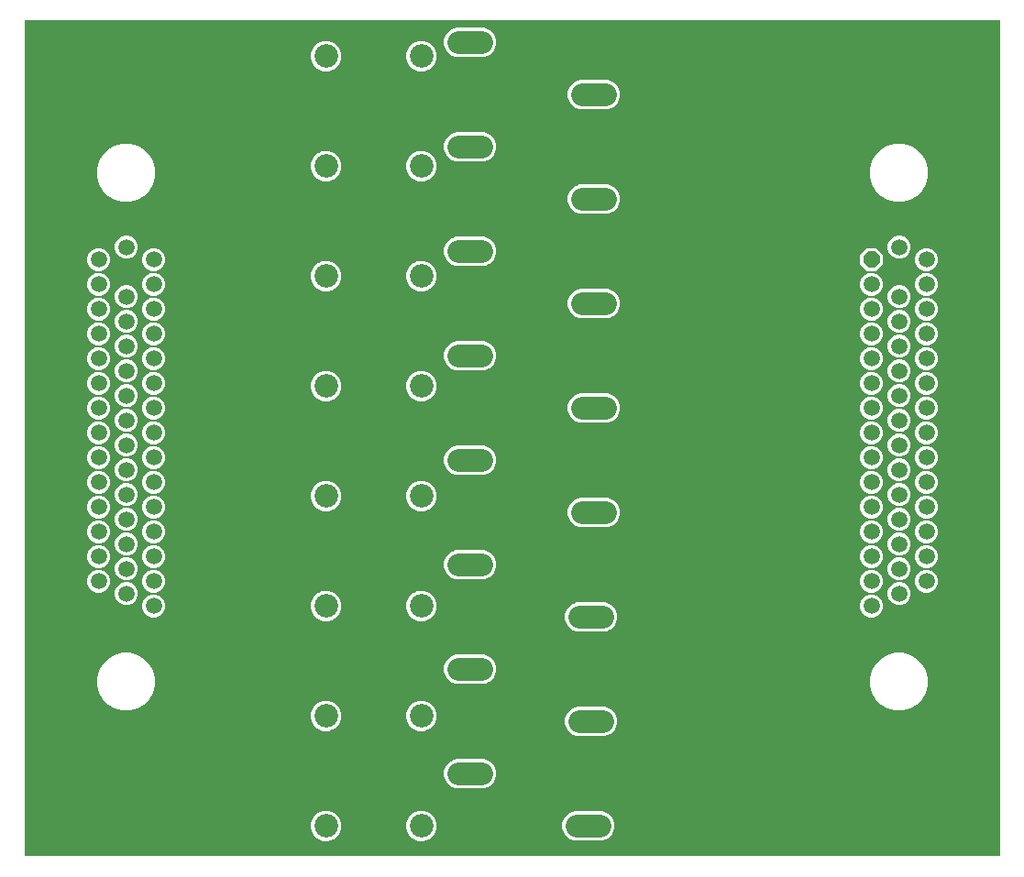
<source format=gbr>
G04 EAGLE Gerber RS-274X export*
G75*
%MOMM*%
%FSLAX34Y34*%
%LPD*%
%INBottom Copper*%
%IPPOS*%
%AMOC8*
5,1,8,0,0,1.08239X$1,22.5*%
G01*
%ADD10C,2.095500*%
%ADD11C,2.184400*%
%ADD12C,1.509600*%
%ADD13P,1.633976X8X112.500000*%
%ADD14C,1.016000*%

G36*
X920757Y10162D02*
X920757Y10162D01*
X920762Y10161D01*
X920855Y10182D01*
X920949Y10200D01*
X920953Y10203D01*
X920958Y10204D01*
X921036Y10260D01*
X921114Y10313D01*
X921117Y10317D01*
X921121Y10320D01*
X921172Y10402D01*
X921224Y10481D01*
X921224Y10486D01*
X921227Y10491D01*
X921259Y10668D01*
X921259Y781712D01*
X921258Y781717D01*
X921259Y781722D01*
X921238Y781815D01*
X921220Y781909D01*
X921217Y781913D01*
X921216Y781918D01*
X921160Y781996D01*
X921107Y782074D01*
X921103Y782077D01*
X921100Y782081D01*
X921018Y782132D01*
X920939Y782184D01*
X920934Y782184D01*
X920929Y782187D01*
X920752Y782219D01*
X20828Y782219D01*
X20823Y782218D01*
X20818Y782219D01*
X20725Y782198D01*
X20631Y782180D01*
X20627Y782177D01*
X20622Y782176D01*
X20544Y782120D01*
X20466Y782067D01*
X20463Y782063D01*
X20459Y782060D01*
X20408Y781978D01*
X20356Y781899D01*
X20356Y781894D01*
X20353Y781889D01*
X20321Y781712D01*
X20321Y10668D01*
X20322Y10663D01*
X20321Y10658D01*
X20342Y10565D01*
X20360Y10471D01*
X20363Y10467D01*
X20364Y10462D01*
X20420Y10384D01*
X20473Y10306D01*
X20477Y10303D01*
X20480Y10299D01*
X20562Y10248D01*
X20641Y10196D01*
X20646Y10196D01*
X20651Y10193D01*
X20828Y10161D01*
X920752Y10161D01*
X920757Y10162D01*
G37*
%LPC*%
G36*
X824529Y144529D02*
X824529Y144529D01*
X817745Y146347D01*
X811664Y149858D01*
X806698Y154824D01*
X803187Y160905D01*
X801369Y167689D01*
X801369Y174711D01*
X803187Y181495D01*
X806698Y187576D01*
X811664Y192542D01*
X817745Y196053D01*
X824529Y197871D01*
X831551Y197871D01*
X838335Y196053D01*
X844416Y192542D01*
X849382Y187576D01*
X852893Y181495D01*
X854711Y174711D01*
X854711Y167689D01*
X852893Y160905D01*
X849382Y154824D01*
X844416Y149858D01*
X838335Y146347D01*
X831551Y144529D01*
X824529Y144529D01*
G37*
%LPD*%
%LPC*%
G36*
X110789Y144529D02*
X110789Y144529D01*
X104005Y146347D01*
X97924Y149858D01*
X92958Y154824D01*
X89447Y160905D01*
X87629Y167689D01*
X87629Y174711D01*
X89447Y181495D01*
X92958Y187576D01*
X97924Y192542D01*
X104005Y196053D01*
X110789Y197871D01*
X117811Y197871D01*
X124595Y196053D01*
X130676Y192542D01*
X135642Y187576D01*
X139153Y181495D01*
X140971Y174711D01*
X140971Y167689D01*
X139153Y160905D01*
X135642Y154824D01*
X130676Y149858D01*
X124595Y146347D01*
X117811Y144529D01*
X110789Y144529D01*
G37*
%LPD*%
%LPC*%
G36*
X110789Y614929D02*
X110789Y614929D01*
X104005Y616747D01*
X97924Y620258D01*
X92958Y625224D01*
X89447Y631305D01*
X87629Y638089D01*
X87629Y645111D01*
X89447Y651895D01*
X92958Y657976D01*
X97924Y662942D01*
X104005Y666453D01*
X110789Y668271D01*
X117811Y668271D01*
X124595Y666453D01*
X130676Y662942D01*
X135642Y657976D01*
X139153Y651895D01*
X140971Y645111D01*
X140971Y638089D01*
X139153Y631305D01*
X135642Y625224D01*
X130676Y620258D01*
X124595Y616747D01*
X117811Y614929D01*
X110789Y614929D01*
G37*
%LPD*%
%LPC*%
G36*
X824529Y614929D02*
X824529Y614929D01*
X817745Y616747D01*
X811664Y620258D01*
X806698Y625224D01*
X803187Y631305D01*
X801369Y638089D01*
X801369Y645111D01*
X803187Y651895D01*
X806698Y657976D01*
X811664Y662942D01*
X817745Y666453D01*
X824529Y668271D01*
X831551Y668271D01*
X838335Y666453D01*
X844416Y662942D01*
X849382Y657976D01*
X852893Y651895D01*
X854711Y645111D01*
X854711Y638089D01*
X852893Y631305D01*
X849382Y625224D01*
X844416Y620258D01*
X838335Y616747D01*
X831551Y614929D01*
X824529Y614929D01*
G37*
%LPD*%
%LPC*%
G36*
X418632Y265874D02*
X418632Y265874D01*
X413661Y267933D01*
X409855Y271738D01*
X407796Y276709D01*
X407796Y282091D01*
X409855Y287062D01*
X413661Y290867D01*
X414505Y291217D01*
X415730Y291724D01*
X416954Y292231D01*
X418179Y292739D01*
X418632Y292926D01*
X444968Y292926D01*
X449939Y290867D01*
X453745Y287062D01*
X455804Y282091D01*
X455804Y276709D01*
X453745Y271738D01*
X449939Y267933D01*
X449628Y267804D01*
X448404Y267297D01*
X447179Y266790D01*
X445955Y266282D01*
X445954Y266282D01*
X444968Y265874D01*
X418632Y265874D01*
G37*
%LPD*%
%LPC*%
G36*
X532932Y507174D02*
X532932Y507174D01*
X527961Y509233D01*
X524155Y513038D01*
X522096Y518009D01*
X522096Y523391D01*
X524155Y528362D01*
X527961Y532167D01*
X529170Y532668D01*
X530394Y533175D01*
X531619Y533682D01*
X532843Y534190D01*
X532844Y534190D01*
X532932Y534226D01*
X559268Y534226D01*
X564239Y532167D01*
X568045Y528362D01*
X570104Y523391D01*
X570104Y518009D01*
X568045Y513038D01*
X564239Y509233D01*
X563068Y508748D01*
X561844Y508241D01*
X560619Y507733D01*
X559395Y507226D01*
X559394Y507226D01*
X559268Y507174D01*
X532932Y507174D01*
G37*
%LPD*%
%LPC*%
G36*
X530392Y217614D02*
X530392Y217614D01*
X525421Y219673D01*
X521615Y223478D01*
X519556Y228449D01*
X519556Y233831D01*
X521615Y238802D01*
X525421Y242607D01*
X526437Y243028D01*
X527662Y243535D01*
X528886Y244043D01*
X530111Y244550D01*
X530392Y244666D01*
X556728Y244666D01*
X561699Y242607D01*
X565505Y238802D01*
X567564Y233831D01*
X567564Y228449D01*
X565505Y223478D01*
X561699Y219673D01*
X561560Y219615D01*
X560336Y219108D01*
X559111Y218601D01*
X557887Y218094D01*
X557886Y218094D01*
X556728Y217614D01*
X530392Y217614D01*
G37*
%LPD*%
%LPC*%
G36*
X418632Y555434D02*
X418632Y555434D01*
X413661Y557493D01*
X409855Y561298D01*
X407796Y566269D01*
X407796Y571651D01*
X409855Y576622D01*
X413661Y580427D01*
X414698Y580857D01*
X415922Y581364D01*
X417147Y581871D01*
X418371Y582378D01*
X418372Y582378D01*
X418632Y582486D01*
X444968Y582486D01*
X449939Y580427D01*
X453745Y576622D01*
X455804Y571651D01*
X455804Y566269D01*
X453745Y561298D01*
X449939Y557493D01*
X449821Y557444D01*
X448596Y556937D01*
X447372Y556429D01*
X446147Y555922D01*
X444968Y555434D01*
X418632Y555434D01*
G37*
%LPD*%
%LPC*%
G36*
X532932Y410654D02*
X532932Y410654D01*
X527961Y412713D01*
X524155Y416518D01*
X522096Y421489D01*
X522096Y426871D01*
X524155Y431842D01*
X527961Y435647D01*
X528289Y435783D01*
X529514Y436290D01*
X530738Y436798D01*
X531963Y437305D01*
X532932Y437706D01*
X559268Y437706D01*
X564239Y435647D01*
X568045Y431842D01*
X570104Y426871D01*
X570104Y421489D01*
X568045Y416518D01*
X564239Y412713D01*
X563412Y412370D01*
X562188Y411863D01*
X560963Y411356D01*
X559739Y410849D01*
X559738Y410849D01*
X559268Y410654D01*
X532932Y410654D01*
G37*
%LPD*%
%LPC*%
G36*
X527852Y24574D02*
X527852Y24574D01*
X522881Y26633D01*
X519075Y30438D01*
X517016Y35409D01*
X517016Y40791D01*
X519075Y45762D01*
X522881Y49567D01*
X523360Y49766D01*
X523361Y49766D01*
X524585Y50273D01*
X525810Y50780D01*
X527034Y51288D01*
X527852Y51626D01*
X554188Y51626D01*
X559159Y49567D01*
X562965Y45762D01*
X565024Y40791D01*
X565024Y35409D01*
X562965Y30438D01*
X559159Y26633D01*
X558484Y26353D01*
X557259Y25846D01*
X556035Y25339D01*
X556034Y25339D01*
X554810Y24831D01*
X554188Y24574D01*
X527852Y24574D01*
G37*
%LPD*%
%LPC*%
G36*
X418632Y362394D02*
X418632Y362394D01*
X413661Y364453D01*
X409855Y368258D01*
X407796Y373229D01*
X407796Y378611D01*
X409855Y383582D01*
X413661Y387387D01*
X414161Y387594D01*
X415386Y388102D01*
X416610Y388609D01*
X417835Y389116D01*
X418632Y389446D01*
X444968Y389446D01*
X449939Y387387D01*
X453745Y383582D01*
X455804Y378611D01*
X455804Y373229D01*
X453745Y368258D01*
X449939Y364453D01*
X449284Y364182D01*
X448060Y363674D01*
X446835Y363167D01*
X445611Y362660D01*
X445610Y362660D01*
X444968Y362394D01*
X418632Y362394D01*
G37*
%LPD*%
%LPC*%
G36*
X532932Y314134D02*
X532932Y314134D01*
X527961Y316193D01*
X524155Y319998D01*
X522096Y324969D01*
X522096Y330351D01*
X524155Y335322D01*
X527961Y339127D01*
X528633Y339406D01*
X529858Y339913D01*
X531082Y340420D01*
X532307Y340927D01*
X532932Y341186D01*
X559268Y341186D01*
X564239Y339127D01*
X568045Y335322D01*
X570104Y330351D01*
X570104Y324969D01*
X568045Y319998D01*
X564239Y316193D01*
X563756Y315993D01*
X562532Y315486D01*
X561307Y314978D01*
X560083Y314471D01*
X560082Y314471D01*
X559268Y314134D01*
X532932Y314134D01*
G37*
%LPD*%
%LPC*%
G36*
X418632Y458914D02*
X418632Y458914D01*
X413661Y460973D01*
X409855Y464778D01*
X407796Y469749D01*
X407796Y475131D01*
X409855Y480102D01*
X413661Y483907D01*
X413817Y483972D01*
X415042Y484479D01*
X416266Y484986D01*
X417491Y485494D01*
X418632Y485966D01*
X444968Y485966D01*
X449939Y483907D01*
X453745Y480102D01*
X455804Y475131D01*
X455804Y469749D01*
X453745Y464778D01*
X449939Y460973D01*
X448940Y460559D01*
X447716Y460052D01*
X446491Y459545D01*
X445267Y459037D01*
X445266Y459037D01*
X444968Y458914D01*
X418632Y458914D01*
G37*
%LPD*%
%LPC*%
G36*
X418632Y72834D02*
X418632Y72834D01*
X413661Y74893D01*
X409855Y78698D01*
X407796Y83669D01*
X407796Y89051D01*
X409855Y94022D01*
X413661Y97827D01*
X413968Y97955D01*
X413969Y97955D01*
X415193Y98462D01*
X416418Y98969D01*
X417642Y99476D01*
X418632Y99886D01*
X444968Y99886D01*
X449939Y97827D01*
X453745Y94022D01*
X455804Y89051D01*
X455804Y83669D01*
X453745Y78698D01*
X449939Y74893D01*
X449092Y74542D01*
X447867Y74035D01*
X446643Y73527D01*
X446642Y73527D01*
X445418Y73020D01*
X444968Y72834D01*
X418632Y72834D01*
G37*
%LPD*%
%LPC*%
G36*
X530392Y121094D02*
X530392Y121094D01*
X525421Y123153D01*
X521615Y126958D01*
X519556Y131929D01*
X519556Y137311D01*
X521615Y142282D01*
X525421Y146087D01*
X525556Y146143D01*
X525557Y146143D01*
X526781Y146651D01*
X528006Y147158D01*
X529230Y147665D01*
X530392Y148146D01*
X556728Y148146D01*
X561699Y146087D01*
X565505Y142282D01*
X567564Y137311D01*
X567564Y131929D01*
X565505Y126958D01*
X561699Y123153D01*
X560680Y122731D01*
X559455Y122223D01*
X558231Y121716D01*
X557006Y121209D01*
X556728Y121094D01*
X530392Y121094D01*
G37*
%LPD*%
%LPC*%
G36*
X532932Y603694D02*
X532932Y603694D01*
X527961Y605753D01*
X524155Y609558D01*
X522096Y614529D01*
X522096Y619911D01*
X524155Y624882D01*
X527961Y628687D01*
X528826Y629045D01*
X530050Y629553D01*
X531275Y630060D01*
X532499Y630567D01*
X532500Y630567D01*
X532932Y630746D01*
X559268Y630746D01*
X564239Y628687D01*
X568045Y624882D01*
X570104Y619911D01*
X570104Y614529D01*
X568045Y609558D01*
X564239Y605753D01*
X563949Y605633D01*
X562724Y605125D01*
X561500Y604618D01*
X560275Y604111D01*
X559268Y603694D01*
X532932Y603694D01*
G37*
%LPD*%
%LPC*%
G36*
X418632Y651954D02*
X418632Y651954D01*
X413661Y654013D01*
X409855Y657818D01*
X407796Y662789D01*
X407796Y668171D01*
X409855Y673142D01*
X413661Y676947D01*
X414354Y677234D01*
X415578Y677741D01*
X416803Y678249D01*
X418027Y678756D01*
X418028Y678756D01*
X418632Y679006D01*
X444968Y679006D01*
X449939Y676947D01*
X453745Y673142D01*
X455804Y668171D01*
X455804Y662789D01*
X453745Y657818D01*
X449939Y654013D01*
X449477Y653821D01*
X448252Y653314D01*
X447028Y652807D01*
X445803Y652300D01*
X444968Y651954D01*
X418632Y651954D01*
G37*
%LPD*%
%LPC*%
G36*
X418632Y748474D02*
X418632Y748474D01*
X413661Y750533D01*
X409855Y754338D01*
X407796Y759309D01*
X407796Y764691D01*
X409855Y769662D01*
X413661Y773467D01*
X414009Y773612D01*
X414010Y773612D01*
X415234Y774119D01*
X416459Y774626D01*
X417683Y775133D01*
X417684Y775133D01*
X418632Y775526D01*
X444968Y775526D01*
X449939Y773467D01*
X453745Y769662D01*
X455804Y764691D01*
X455804Y759309D01*
X453745Y754338D01*
X449939Y750533D01*
X449133Y750199D01*
X447908Y749692D01*
X446684Y749184D01*
X445459Y748677D01*
X444968Y748474D01*
X418632Y748474D01*
G37*
%LPD*%
%LPC*%
G36*
X532932Y700214D02*
X532932Y700214D01*
X527961Y702273D01*
X524155Y706078D01*
X522096Y711049D01*
X522096Y716431D01*
X524155Y721402D01*
X527961Y725207D01*
X528482Y725423D01*
X529706Y725930D01*
X530931Y726437D01*
X532155Y726945D01*
X532932Y727266D01*
X559268Y727266D01*
X564239Y725207D01*
X568045Y721402D01*
X570104Y716431D01*
X570104Y711049D01*
X568045Y706078D01*
X564239Y702273D01*
X563605Y702010D01*
X562380Y701503D01*
X561156Y700996D01*
X559931Y700488D01*
X559268Y700214D01*
X532932Y700214D01*
G37*
%LPD*%
%LPC*%
G36*
X418632Y169354D02*
X418632Y169354D01*
X413661Y171413D01*
X409855Y175218D01*
X407796Y180189D01*
X407796Y185571D01*
X409855Y190542D01*
X413661Y194347D01*
X414849Y194839D01*
X416074Y195347D01*
X417298Y195854D01*
X418523Y196361D01*
X418632Y196406D01*
X444968Y196406D01*
X449939Y194347D01*
X453745Y190542D01*
X455804Y185571D01*
X455804Y180189D01*
X453745Y175218D01*
X449939Y171413D01*
X448748Y170919D01*
X447523Y170412D01*
X446299Y169905D01*
X446298Y169905D01*
X445074Y169398D01*
X444968Y169354D01*
X418632Y169354D01*
G37*
%LPD*%
%LPC*%
G36*
X296121Y430529D02*
X296121Y430529D01*
X290986Y432656D01*
X287056Y436586D01*
X284929Y441721D01*
X284929Y447279D01*
X287056Y452414D01*
X290986Y456344D01*
X291557Y456580D01*
X292782Y457088D01*
X294006Y457595D01*
X294007Y457595D01*
X295231Y458102D01*
X296121Y458471D01*
X301679Y458471D01*
X306814Y456344D01*
X310744Y452414D01*
X312871Y447279D01*
X312871Y441721D01*
X310744Y436586D01*
X306814Y432656D01*
X305599Y432153D01*
X304375Y431646D01*
X303150Y431139D01*
X301926Y430631D01*
X301925Y430631D01*
X301679Y430529D01*
X296121Y430529D01*
G37*
%LPD*%
%LPC*%
G36*
X384121Y430529D02*
X384121Y430529D01*
X378986Y432656D01*
X375056Y436586D01*
X372929Y441721D01*
X372929Y447279D01*
X375056Y452414D01*
X378986Y456344D01*
X379557Y456580D01*
X380782Y457088D01*
X382006Y457595D01*
X382007Y457595D01*
X383231Y458102D01*
X384121Y458471D01*
X389679Y458471D01*
X394814Y456344D01*
X398744Y452414D01*
X400871Y447279D01*
X400871Y441721D01*
X398744Y436586D01*
X394814Y432656D01*
X393599Y432153D01*
X392375Y431646D01*
X391150Y431139D01*
X389926Y430631D01*
X389925Y430631D01*
X389679Y430529D01*
X384121Y430529D01*
G37*
%LPD*%
%LPC*%
G36*
X296121Y125729D02*
X296121Y125729D01*
X290986Y127856D01*
X287056Y131786D01*
X284929Y136921D01*
X284929Y142479D01*
X287056Y147614D01*
X290986Y151544D01*
X291419Y151723D01*
X292643Y152230D01*
X292644Y152230D01*
X293868Y152738D01*
X295093Y153245D01*
X296121Y153671D01*
X301679Y153671D01*
X306814Y151544D01*
X310744Y147614D01*
X312871Y142479D01*
X312871Y136921D01*
X310744Y131786D01*
X306814Y127856D01*
X306686Y127803D01*
X305461Y127296D01*
X304237Y126789D01*
X304236Y126789D01*
X303012Y126281D01*
X301787Y125774D01*
X301679Y125729D01*
X296121Y125729D01*
G37*
%LPD*%
%LPC*%
G36*
X384121Y125729D02*
X384121Y125729D01*
X378986Y127856D01*
X375056Y131786D01*
X372929Y136921D01*
X372929Y142479D01*
X375056Y147614D01*
X378986Y151544D01*
X379419Y151723D01*
X380643Y152230D01*
X380644Y152230D01*
X381868Y152738D01*
X383093Y153245D01*
X384121Y153671D01*
X389679Y153671D01*
X394814Y151544D01*
X398744Y147614D01*
X400871Y142479D01*
X400871Y136921D01*
X398744Y131786D01*
X394814Y127856D01*
X394686Y127803D01*
X393461Y127296D01*
X392237Y126789D01*
X392236Y126789D01*
X391012Y126281D01*
X389787Y125774D01*
X389679Y125729D01*
X384121Y125729D01*
G37*
%LPD*%
%LPC*%
G36*
X384121Y735329D02*
X384121Y735329D01*
X378986Y737456D01*
X375056Y741386D01*
X372929Y746521D01*
X372929Y752079D01*
X375056Y757214D01*
X378986Y761144D01*
X379695Y761438D01*
X380920Y761945D01*
X382145Y762452D01*
X383369Y762959D01*
X384121Y763271D01*
X389679Y763271D01*
X394814Y761144D01*
X398744Y757214D01*
X400871Y752079D01*
X400871Y746521D01*
X398744Y741386D01*
X394814Y737456D01*
X393738Y737010D01*
X392513Y736503D01*
X391288Y735996D01*
X390064Y735489D01*
X389679Y735329D01*
X384121Y735329D01*
G37*
%LPD*%
%LPC*%
G36*
X296121Y735329D02*
X296121Y735329D01*
X290986Y737456D01*
X287056Y741386D01*
X284929Y746521D01*
X284929Y752079D01*
X287056Y757214D01*
X290986Y761144D01*
X291695Y761438D01*
X292920Y761945D01*
X294145Y762452D01*
X295369Y762959D01*
X296121Y763271D01*
X301679Y763271D01*
X306814Y761144D01*
X310744Y757214D01*
X312871Y752079D01*
X312871Y746521D01*
X310744Y741386D01*
X306814Y737456D01*
X305738Y737010D01*
X304513Y736503D01*
X303288Y735996D01*
X302064Y735489D01*
X301679Y735329D01*
X296121Y735329D01*
G37*
%LPD*%
%LPC*%
G36*
X384121Y532129D02*
X384121Y532129D01*
X378986Y534256D01*
X375056Y538186D01*
X372929Y543321D01*
X372929Y548879D01*
X375056Y554014D01*
X378986Y557944D01*
X379195Y558030D01*
X380420Y558538D01*
X381644Y559045D01*
X382869Y559552D01*
X384093Y560059D01*
X384094Y560059D01*
X384121Y560071D01*
X389679Y560071D01*
X394814Y557944D01*
X398744Y554014D01*
X400871Y548879D01*
X400871Y543321D01*
X398744Y538186D01*
X394814Y534256D01*
X394462Y534110D01*
X393237Y533603D01*
X392013Y533096D01*
X390788Y532589D01*
X389679Y532129D01*
X384121Y532129D01*
G37*
%LPD*%
%LPC*%
G36*
X296121Y532129D02*
X296121Y532129D01*
X290986Y534256D01*
X287056Y538186D01*
X284929Y543321D01*
X284929Y548879D01*
X287056Y554014D01*
X290986Y557944D01*
X291195Y558030D01*
X292420Y558538D01*
X293644Y559045D01*
X294869Y559552D01*
X296093Y560059D01*
X296094Y560059D01*
X296121Y560071D01*
X301679Y560071D01*
X306814Y557944D01*
X310744Y554014D01*
X312871Y548879D01*
X312871Y543321D01*
X310744Y538186D01*
X306814Y534256D01*
X306462Y534110D01*
X305237Y533603D01*
X304013Y533096D01*
X302788Y532589D01*
X301679Y532129D01*
X296121Y532129D01*
G37*
%LPD*%
%LPC*%
G36*
X296121Y24129D02*
X296121Y24129D01*
X290986Y26256D01*
X287056Y30186D01*
X284929Y35321D01*
X284929Y40879D01*
X287056Y46014D01*
X290986Y49944D01*
X291781Y50273D01*
X293006Y50780D01*
X294230Y51288D01*
X295455Y51795D01*
X296121Y52071D01*
X301679Y52071D01*
X306814Y49944D01*
X310744Y46014D01*
X312871Y40879D01*
X312871Y35321D01*
X310744Y30186D01*
X306814Y26256D01*
X305823Y25846D01*
X304599Y25339D01*
X303374Y24831D01*
X302149Y24324D01*
X301679Y24129D01*
X296121Y24129D01*
G37*
%LPD*%
%LPC*%
G36*
X384121Y24129D02*
X384121Y24129D01*
X378986Y26256D01*
X375056Y30186D01*
X372929Y35321D01*
X372929Y40879D01*
X375056Y46014D01*
X378986Y49944D01*
X379781Y50273D01*
X381006Y50780D01*
X382230Y51288D01*
X383455Y51795D01*
X384121Y52071D01*
X389679Y52071D01*
X394814Y49944D01*
X398744Y46014D01*
X400871Y40879D01*
X400871Y35321D01*
X398744Y30186D01*
X394814Y26256D01*
X393823Y25846D01*
X392599Y25339D01*
X391374Y24831D01*
X390149Y24324D01*
X389679Y24129D01*
X384121Y24129D01*
G37*
%LPD*%
%LPC*%
G36*
X296121Y633729D02*
X296121Y633729D01*
X290986Y635856D01*
X287056Y639786D01*
X284929Y644921D01*
X284929Y650479D01*
X287056Y655614D01*
X290986Y659544D01*
X292057Y659988D01*
X292058Y659988D01*
X293282Y660495D01*
X294507Y661002D01*
X295731Y661509D01*
X296121Y661671D01*
X301679Y661671D01*
X306814Y659544D01*
X310744Y655614D01*
X312871Y650479D01*
X312871Y644921D01*
X310744Y639786D01*
X306814Y635856D01*
X306100Y635560D01*
X304875Y635053D01*
X303651Y634546D01*
X303650Y634546D01*
X302426Y634039D01*
X301679Y633729D01*
X296121Y633729D01*
G37*
%LPD*%
%LPC*%
G36*
X384121Y633729D02*
X384121Y633729D01*
X378986Y635856D01*
X375056Y639786D01*
X372929Y644921D01*
X372929Y650479D01*
X375056Y655614D01*
X378986Y659544D01*
X380057Y659988D01*
X380058Y659988D01*
X381282Y660495D01*
X382507Y661002D01*
X383731Y661509D01*
X384121Y661671D01*
X389679Y661671D01*
X394814Y659544D01*
X398744Y655614D01*
X400871Y650479D01*
X400871Y644921D01*
X398744Y639786D01*
X394814Y635856D01*
X394100Y635560D01*
X392875Y635053D01*
X391651Y634546D01*
X391650Y634546D01*
X390426Y634039D01*
X389679Y633729D01*
X384121Y633729D01*
G37*
%LPD*%
%LPC*%
G36*
X384121Y328929D02*
X384121Y328929D01*
X378986Y331056D01*
X375056Y334986D01*
X372929Y340121D01*
X372929Y345679D01*
X375056Y350814D01*
X378986Y354744D01*
X379919Y355130D01*
X381144Y355638D01*
X382368Y356145D01*
X382369Y356145D01*
X383593Y356652D01*
X384121Y356871D01*
X389679Y356871D01*
X394814Y354744D01*
X398744Y350814D01*
X400871Y345679D01*
X400871Y340121D01*
X398744Y334986D01*
X394814Y331056D01*
X393962Y330703D01*
X393961Y330703D01*
X392737Y330196D01*
X391512Y329689D01*
X390288Y329181D01*
X389679Y328929D01*
X384121Y328929D01*
G37*
%LPD*%
%LPC*%
G36*
X296121Y328929D02*
X296121Y328929D01*
X290986Y331056D01*
X287056Y334986D01*
X284929Y340121D01*
X284929Y345679D01*
X287056Y350814D01*
X290986Y354744D01*
X291919Y355130D01*
X293144Y355638D01*
X294368Y356145D01*
X294369Y356145D01*
X295593Y356652D01*
X296121Y356871D01*
X301679Y356871D01*
X306814Y354744D01*
X310744Y350814D01*
X312871Y345679D01*
X312871Y340121D01*
X310744Y334986D01*
X306814Y331056D01*
X305962Y330703D01*
X305961Y330703D01*
X304737Y330196D01*
X303512Y329689D01*
X302288Y329181D01*
X301679Y328929D01*
X296121Y328929D01*
G37*
%LPD*%
%LPC*%
G36*
X384121Y227329D02*
X384121Y227329D01*
X378986Y229456D01*
X375056Y233386D01*
X372929Y238521D01*
X372929Y244079D01*
X375056Y249214D01*
X378986Y253144D01*
X379057Y253173D01*
X380281Y253680D01*
X380282Y253680D01*
X381506Y254188D01*
X382731Y254695D01*
X383955Y255202D01*
X384121Y255271D01*
X389679Y255271D01*
X394814Y253144D01*
X398744Y249214D01*
X400871Y244079D01*
X400871Y238521D01*
X398744Y233386D01*
X394814Y229456D01*
X394324Y229253D01*
X393099Y228746D01*
X391874Y228239D01*
X390650Y227731D01*
X389679Y227329D01*
X384121Y227329D01*
G37*
%LPD*%
%LPC*%
G36*
X296121Y227329D02*
X296121Y227329D01*
X290986Y229456D01*
X287056Y233386D01*
X284929Y238521D01*
X284929Y244079D01*
X287056Y249214D01*
X290986Y253144D01*
X291057Y253173D01*
X292281Y253680D01*
X292282Y253680D01*
X293506Y254188D01*
X294731Y254695D01*
X295955Y255202D01*
X296121Y255271D01*
X301679Y255271D01*
X306814Y253144D01*
X310744Y249214D01*
X312871Y244079D01*
X312871Y238521D01*
X310744Y233386D01*
X306814Y229456D01*
X306324Y229253D01*
X305099Y228746D01*
X303874Y228239D01*
X302650Y227731D01*
X301679Y227329D01*
X296121Y227329D01*
G37*
%LPD*%
%LPC*%
G36*
X798251Y550773D02*
X798251Y550773D01*
X792043Y556981D01*
X792043Y565759D01*
X798251Y571967D01*
X807029Y571967D01*
X813237Y565759D01*
X813237Y556981D01*
X807029Y550773D01*
X798251Y550773D01*
G37*
%LPD*%
%LPC*%
G36*
X112192Y493623D02*
X112192Y493623D01*
X108297Y495236D01*
X105316Y498217D01*
X103703Y502112D01*
X103703Y506328D01*
X105316Y510223D01*
X108297Y513204D01*
X108753Y513392D01*
X109978Y513900D01*
X111202Y514407D01*
X111203Y514407D01*
X112192Y514817D01*
X116408Y514817D01*
X120303Y513204D01*
X123284Y510223D01*
X124897Y506328D01*
X124897Y502112D01*
X123284Y498217D01*
X120303Y495236D01*
X119858Y495052D01*
X119857Y495052D01*
X118633Y494545D01*
X117408Y494038D01*
X116408Y493623D01*
X112192Y493623D01*
G37*
%LPD*%
%LPC*%
G36*
X825932Y493623D02*
X825932Y493623D01*
X822037Y495236D01*
X819056Y498217D01*
X817443Y502112D01*
X817443Y506328D01*
X819056Y510223D01*
X822037Y513204D01*
X822493Y513392D01*
X823718Y513900D01*
X824942Y514407D01*
X824943Y514407D01*
X825932Y514817D01*
X830148Y514817D01*
X834043Y513204D01*
X837024Y510223D01*
X838637Y506328D01*
X838637Y502112D01*
X837024Y498217D01*
X834043Y495236D01*
X833598Y495052D01*
X833597Y495052D01*
X832373Y494545D01*
X831148Y494038D01*
X830148Y493623D01*
X825932Y493623D01*
G37*
%LPD*%
%LPC*%
G36*
X86792Y345033D02*
X86792Y345033D01*
X82897Y346646D01*
X79916Y349627D01*
X78303Y353522D01*
X78303Y357738D01*
X79916Y361633D01*
X82897Y364614D01*
X83271Y364768D01*
X84495Y365275D01*
X85720Y365783D01*
X86792Y366227D01*
X91008Y366227D01*
X94903Y364614D01*
X97884Y361633D01*
X99497Y357738D01*
X99497Y353522D01*
X97884Y349627D01*
X94903Y346646D01*
X94375Y346428D01*
X93150Y345921D01*
X91926Y345413D01*
X91925Y345413D01*
X91008Y345033D01*
X86792Y345033D01*
G37*
%LPD*%
%LPC*%
G36*
X851332Y345033D02*
X851332Y345033D01*
X847437Y346646D01*
X844456Y349627D01*
X842843Y353522D01*
X842843Y357738D01*
X844456Y361633D01*
X847437Y364614D01*
X847811Y364768D01*
X849035Y365275D01*
X850260Y365783D01*
X851332Y366227D01*
X855548Y366227D01*
X859443Y364614D01*
X862424Y361633D01*
X864037Y357738D01*
X864037Y353522D01*
X862424Y349627D01*
X859443Y346646D01*
X858915Y346428D01*
X857690Y345921D01*
X856466Y345413D01*
X856465Y345413D01*
X855548Y345033D01*
X851332Y345033D01*
G37*
%LPD*%
%LPC*%
G36*
X137592Y345033D02*
X137592Y345033D01*
X133697Y346646D01*
X130716Y349627D01*
X129103Y353522D01*
X129103Y357738D01*
X130716Y361633D01*
X133697Y364614D01*
X134071Y364768D01*
X135295Y365275D01*
X136520Y365783D01*
X137592Y366227D01*
X141808Y366227D01*
X145703Y364614D01*
X148684Y361633D01*
X150297Y357738D01*
X150297Y353522D01*
X148684Y349627D01*
X145703Y346646D01*
X145175Y346428D01*
X143950Y345921D01*
X142726Y345413D01*
X142725Y345413D01*
X141808Y345033D01*
X137592Y345033D01*
G37*
%LPD*%
%LPC*%
G36*
X800532Y345033D02*
X800532Y345033D01*
X796637Y346646D01*
X793656Y349627D01*
X792043Y353522D01*
X792043Y357738D01*
X793656Y361633D01*
X796637Y364614D01*
X797011Y364768D01*
X798235Y365275D01*
X799460Y365783D01*
X800532Y366227D01*
X804748Y366227D01*
X808643Y364614D01*
X811624Y361633D01*
X813237Y357738D01*
X813237Y353522D01*
X811624Y349627D01*
X808643Y346646D01*
X808115Y346428D01*
X806890Y345921D01*
X805666Y345413D01*
X805665Y345413D01*
X804748Y345033D01*
X800532Y345033D01*
G37*
%LPD*%
%LPC*%
G36*
X851332Y436473D02*
X851332Y436473D01*
X847437Y438086D01*
X844456Y441067D01*
X842843Y444962D01*
X842843Y449178D01*
X844456Y453073D01*
X847437Y456054D01*
X847485Y456073D01*
X848709Y456580D01*
X849934Y457088D01*
X851158Y457595D01*
X851159Y457595D01*
X851332Y457667D01*
X855548Y457667D01*
X859443Y456054D01*
X862424Y453073D01*
X864037Y449178D01*
X864037Y444962D01*
X862424Y441067D01*
X859443Y438086D01*
X858589Y437733D01*
X857364Y437226D01*
X856140Y436718D01*
X855548Y436473D01*
X851332Y436473D01*
G37*
%LPD*%
%LPC*%
G36*
X800532Y436473D02*
X800532Y436473D01*
X796637Y438086D01*
X793656Y441067D01*
X792043Y444962D01*
X792043Y449178D01*
X793656Y453073D01*
X796637Y456054D01*
X796685Y456073D01*
X797909Y456580D01*
X799134Y457088D01*
X800358Y457595D01*
X800359Y457595D01*
X800532Y457667D01*
X804748Y457667D01*
X808643Y456054D01*
X811624Y453073D01*
X813237Y449178D01*
X813237Y444962D01*
X811624Y441067D01*
X808643Y438086D01*
X807789Y437733D01*
X806564Y437226D01*
X805340Y436718D01*
X804748Y436473D01*
X800532Y436473D01*
G37*
%LPD*%
%LPC*%
G36*
X137592Y436473D02*
X137592Y436473D01*
X133697Y438086D01*
X130716Y441067D01*
X129103Y444962D01*
X129103Y449178D01*
X130716Y453073D01*
X133697Y456054D01*
X133745Y456073D01*
X134969Y456580D01*
X136194Y457088D01*
X137418Y457595D01*
X137419Y457595D01*
X137592Y457667D01*
X141808Y457667D01*
X145703Y456054D01*
X148684Y453073D01*
X150297Y449178D01*
X150297Y444962D01*
X148684Y441067D01*
X145703Y438086D01*
X144849Y437733D01*
X143624Y437226D01*
X142400Y436718D01*
X141808Y436473D01*
X137592Y436473D01*
G37*
%LPD*%
%LPC*%
G36*
X86792Y436473D02*
X86792Y436473D01*
X82897Y438086D01*
X79916Y441067D01*
X78303Y444962D01*
X78303Y449178D01*
X79916Y453073D01*
X82897Y456054D01*
X82945Y456073D01*
X84169Y456580D01*
X85394Y457088D01*
X86618Y457595D01*
X86619Y457595D01*
X86792Y457667D01*
X91008Y457667D01*
X94903Y456054D01*
X97884Y453073D01*
X99497Y449178D01*
X99497Y444962D01*
X97884Y441067D01*
X94903Y438086D01*
X94049Y437733D01*
X92824Y437226D01*
X91600Y436718D01*
X91008Y436473D01*
X86792Y436473D01*
G37*
%LPD*%
%LPC*%
G36*
X800532Y505053D02*
X800532Y505053D01*
X796637Y506666D01*
X793656Y509647D01*
X792043Y513542D01*
X792043Y517758D01*
X793656Y521653D01*
X796637Y524634D01*
X797665Y525059D01*
X798889Y525566D01*
X798890Y525566D01*
X800114Y526074D01*
X800532Y526247D01*
X804748Y526247D01*
X808643Y524634D01*
X811624Y521653D01*
X813237Y517758D01*
X813237Y513542D01*
X811624Y509647D01*
X808643Y506666D01*
X807545Y506212D01*
X807544Y506212D01*
X806320Y505704D01*
X805095Y505197D01*
X804748Y505053D01*
X800532Y505053D01*
G37*
%LPD*%
%LPC*%
G36*
X137592Y505053D02*
X137592Y505053D01*
X133697Y506666D01*
X130716Y509647D01*
X129103Y513542D01*
X129103Y517758D01*
X130716Y521653D01*
X133697Y524634D01*
X134725Y525059D01*
X135949Y525566D01*
X135950Y525566D01*
X137174Y526074D01*
X137592Y526247D01*
X141808Y526247D01*
X145703Y524634D01*
X148684Y521653D01*
X150297Y517758D01*
X150297Y513542D01*
X148684Y509647D01*
X145703Y506666D01*
X144605Y506212D01*
X144604Y506212D01*
X143380Y505704D01*
X142155Y505197D01*
X141808Y505053D01*
X137592Y505053D01*
G37*
%LPD*%
%LPC*%
G36*
X851332Y505053D02*
X851332Y505053D01*
X847437Y506666D01*
X844456Y509647D01*
X842843Y513542D01*
X842843Y517758D01*
X844456Y521653D01*
X847437Y524634D01*
X848465Y525059D01*
X849689Y525566D01*
X849690Y525566D01*
X850914Y526074D01*
X851332Y526247D01*
X855548Y526247D01*
X859443Y524634D01*
X862424Y521653D01*
X864037Y517758D01*
X864037Y513542D01*
X862424Y509647D01*
X859443Y506666D01*
X858345Y506212D01*
X858344Y506212D01*
X857120Y505704D01*
X855895Y505197D01*
X855548Y505053D01*
X851332Y505053D01*
G37*
%LPD*%
%LPC*%
G36*
X86792Y505053D02*
X86792Y505053D01*
X82897Y506666D01*
X79916Y509647D01*
X78303Y513542D01*
X78303Y517758D01*
X79916Y521653D01*
X82897Y524634D01*
X83925Y525059D01*
X85149Y525566D01*
X85150Y525566D01*
X86374Y526074D01*
X86792Y526247D01*
X91008Y526247D01*
X94903Y524634D01*
X97884Y521653D01*
X99497Y517758D01*
X99497Y513542D01*
X97884Y509647D01*
X94903Y506666D01*
X93805Y506212D01*
X93804Y506212D01*
X92580Y505704D01*
X91355Y505197D01*
X91008Y505053D01*
X86792Y505053D01*
G37*
%LPD*%
%LPC*%
G36*
X112192Y356463D02*
X112192Y356463D01*
X108297Y358076D01*
X105316Y361057D01*
X103703Y364952D01*
X103703Y369168D01*
X105316Y373063D01*
X108297Y376044D01*
X109242Y376435D01*
X110467Y376942D01*
X111691Y377449D01*
X111692Y377449D01*
X112192Y377657D01*
X116408Y377657D01*
X120303Y376044D01*
X123284Y373063D01*
X124897Y369168D01*
X124897Y364952D01*
X123284Y361057D01*
X120303Y358076D01*
X119122Y357587D01*
X117897Y357080D01*
X116673Y356573D01*
X116672Y356573D01*
X116408Y356463D01*
X112192Y356463D01*
G37*
%LPD*%
%LPC*%
G36*
X825932Y356463D02*
X825932Y356463D01*
X822037Y358076D01*
X819056Y361057D01*
X817443Y364952D01*
X817443Y369168D01*
X819056Y373063D01*
X822037Y376044D01*
X822982Y376435D01*
X824207Y376942D01*
X825431Y377449D01*
X825432Y377449D01*
X825932Y377657D01*
X830148Y377657D01*
X834043Y376044D01*
X837024Y373063D01*
X838637Y369168D01*
X838637Y364952D01*
X837024Y361057D01*
X834043Y358076D01*
X832862Y357587D01*
X831637Y357080D01*
X830413Y356573D01*
X830412Y356573D01*
X830148Y356463D01*
X825932Y356463D01*
G37*
%LPD*%
%LPC*%
G36*
X825932Y287883D02*
X825932Y287883D01*
X822037Y289496D01*
X819056Y292477D01*
X817443Y296372D01*
X817443Y300588D01*
X819056Y304483D01*
X822037Y307464D01*
X823227Y307956D01*
X824451Y308463D01*
X825676Y308971D01*
X825932Y309077D01*
X830148Y309077D01*
X834043Y307464D01*
X837024Y304483D01*
X838637Y300588D01*
X838637Y296372D01*
X837024Y292477D01*
X834043Y289496D01*
X833106Y289109D01*
X831882Y288601D01*
X831881Y288601D01*
X830657Y288094D01*
X830148Y287883D01*
X825932Y287883D01*
G37*
%LPD*%
%LPC*%
G36*
X112192Y287883D02*
X112192Y287883D01*
X108297Y289496D01*
X105316Y292477D01*
X103703Y296372D01*
X103703Y300588D01*
X105316Y304483D01*
X108297Y307464D01*
X109487Y307956D01*
X110711Y308463D01*
X111936Y308971D01*
X112192Y309077D01*
X116408Y309077D01*
X120303Y307464D01*
X123284Y304483D01*
X124897Y300588D01*
X124897Y296372D01*
X123284Y292477D01*
X120303Y289496D01*
X119366Y289109D01*
X118142Y288601D01*
X118141Y288601D01*
X116917Y288094D01*
X116408Y287883D01*
X112192Y287883D01*
G37*
%LPD*%
%LPC*%
G36*
X86792Y276453D02*
X86792Y276453D01*
X82897Y278066D01*
X79916Y281047D01*
X78303Y284942D01*
X78303Y289158D01*
X79916Y293053D01*
X82897Y296034D01*
X83515Y296289D01*
X84740Y296797D01*
X85964Y297304D01*
X86792Y297647D01*
X91008Y297647D01*
X94903Y296034D01*
X97884Y293053D01*
X99497Y289158D01*
X99497Y284942D01*
X97884Y281047D01*
X94903Y278066D01*
X94619Y277949D01*
X93395Y277442D01*
X93394Y277442D01*
X92170Y276935D01*
X91008Y276453D01*
X86792Y276453D01*
G37*
%LPD*%
%LPC*%
G36*
X851332Y276453D02*
X851332Y276453D01*
X847437Y278066D01*
X844456Y281047D01*
X842843Y284942D01*
X842843Y289158D01*
X844456Y293053D01*
X847437Y296034D01*
X848055Y296289D01*
X849280Y296797D01*
X850504Y297304D01*
X851332Y297647D01*
X855548Y297647D01*
X859443Y296034D01*
X862424Y293053D01*
X864037Y289158D01*
X864037Y284942D01*
X862424Y281047D01*
X859443Y278066D01*
X859159Y277949D01*
X857935Y277442D01*
X857934Y277442D01*
X856710Y276935D01*
X855548Y276453D01*
X851332Y276453D01*
G37*
%LPD*%
%LPC*%
G36*
X800532Y276453D02*
X800532Y276453D01*
X796637Y278066D01*
X793656Y281047D01*
X792043Y284942D01*
X792043Y289158D01*
X793656Y293053D01*
X796637Y296034D01*
X797255Y296289D01*
X798480Y296797D01*
X799704Y297304D01*
X800532Y297647D01*
X804748Y297647D01*
X808643Y296034D01*
X811624Y293053D01*
X813237Y289158D01*
X813237Y284942D01*
X811624Y281047D01*
X808643Y278066D01*
X808359Y277949D01*
X807135Y277442D01*
X807134Y277442D01*
X805910Y276935D01*
X804748Y276453D01*
X800532Y276453D01*
G37*
%LPD*%
%LPC*%
G36*
X137592Y276453D02*
X137592Y276453D01*
X133697Y278066D01*
X130716Y281047D01*
X129103Y284942D01*
X129103Y289158D01*
X130716Y293053D01*
X133697Y296034D01*
X134315Y296289D01*
X135540Y296797D01*
X136764Y297304D01*
X137592Y297647D01*
X141808Y297647D01*
X145703Y296034D01*
X148684Y293053D01*
X150297Y289158D01*
X150297Y284942D01*
X148684Y281047D01*
X145703Y278066D01*
X145419Y277949D01*
X144195Y277442D01*
X144194Y277442D01*
X142970Y276935D01*
X141808Y276453D01*
X137592Y276453D01*
G37*
%LPD*%
%LPC*%
G36*
X137592Y367893D02*
X137592Y367893D01*
X133697Y369506D01*
X130716Y372487D01*
X129103Y376382D01*
X129103Y380598D01*
X130716Y384493D01*
X133697Y387474D01*
X133989Y387594D01*
X135214Y388102D01*
X136438Y388609D01*
X136439Y388609D01*
X137592Y389087D01*
X141808Y389087D01*
X145703Y387474D01*
X148684Y384493D01*
X150297Y380598D01*
X150297Y376382D01*
X148684Y372487D01*
X145703Y369506D01*
X145093Y369254D01*
X143869Y368747D01*
X142644Y368240D01*
X141808Y367893D01*
X137592Y367893D01*
G37*
%LPD*%
%LPC*%
G36*
X800532Y367893D02*
X800532Y367893D01*
X796637Y369506D01*
X793656Y372487D01*
X792043Y376382D01*
X792043Y380598D01*
X793656Y384493D01*
X796637Y387474D01*
X796929Y387594D01*
X798154Y388102D01*
X799378Y388609D01*
X799379Y388609D01*
X800532Y389087D01*
X804748Y389087D01*
X808643Y387474D01*
X811624Y384493D01*
X813237Y380598D01*
X813237Y376382D01*
X811624Y372487D01*
X808643Y369506D01*
X808033Y369254D01*
X806809Y368747D01*
X805584Y368240D01*
X804748Y367893D01*
X800532Y367893D01*
G37*
%LPD*%
%LPC*%
G36*
X851332Y367893D02*
X851332Y367893D01*
X847437Y369506D01*
X844456Y372487D01*
X842843Y376382D01*
X842843Y380598D01*
X844456Y384493D01*
X847437Y387474D01*
X847729Y387594D01*
X848954Y388102D01*
X850178Y388609D01*
X850179Y388609D01*
X851332Y389087D01*
X855548Y389087D01*
X859443Y387474D01*
X862424Y384493D01*
X864037Y380598D01*
X864037Y376382D01*
X862424Y372487D01*
X859443Y369506D01*
X858833Y369254D01*
X857609Y368747D01*
X856384Y368240D01*
X855548Y367893D01*
X851332Y367893D01*
G37*
%LPD*%
%LPC*%
G36*
X86792Y367893D02*
X86792Y367893D01*
X82897Y369506D01*
X79916Y372487D01*
X78303Y376382D01*
X78303Y380598D01*
X79916Y384493D01*
X82897Y387474D01*
X83189Y387594D01*
X84414Y388102D01*
X85638Y388609D01*
X85639Y388609D01*
X86792Y389087D01*
X91008Y389087D01*
X94903Y387474D01*
X97884Y384493D01*
X99497Y380598D01*
X99497Y376382D01*
X97884Y372487D01*
X94903Y369506D01*
X94293Y369254D01*
X93069Y368747D01*
X91844Y368240D01*
X91008Y367893D01*
X86792Y367893D01*
G37*
%LPD*%
%LPC*%
G36*
X112192Y516483D02*
X112192Y516483D01*
X108297Y518096D01*
X105316Y521077D01*
X103703Y524972D01*
X103703Y529188D01*
X105316Y533083D01*
X108297Y536064D01*
X108672Y536219D01*
X109896Y536726D01*
X109897Y536726D01*
X111121Y537233D01*
X112192Y537677D01*
X116408Y537677D01*
X120303Y536064D01*
X123284Y533083D01*
X124897Y529188D01*
X124897Y524972D01*
X123284Y521077D01*
X120303Y518096D01*
X119776Y517878D01*
X118551Y517371D01*
X117327Y516864D01*
X116408Y516483D01*
X112192Y516483D01*
G37*
%LPD*%
%LPC*%
G36*
X825932Y516483D02*
X825932Y516483D01*
X822037Y518096D01*
X819056Y521077D01*
X817443Y524972D01*
X817443Y529188D01*
X819056Y533083D01*
X822037Y536064D01*
X822412Y536219D01*
X823636Y536726D01*
X823637Y536726D01*
X824861Y537233D01*
X825932Y537677D01*
X830148Y537677D01*
X834043Y536064D01*
X837024Y533083D01*
X838637Y529188D01*
X838637Y524972D01*
X837024Y521077D01*
X834043Y518096D01*
X833516Y517878D01*
X832291Y517371D01*
X831067Y516864D01*
X830148Y516483D01*
X825932Y516483D01*
G37*
%LPD*%
%LPC*%
G36*
X825932Y425043D02*
X825932Y425043D01*
X822037Y426656D01*
X819056Y429637D01*
X817443Y433532D01*
X817443Y437748D01*
X819056Y441643D01*
X822037Y444624D01*
X822738Y444914D01*
X823962Y445421D01*
X825187Y445928D01*
X825932Y446237D01*
X830148Y446237D01*
X834043Y444624D01*
X837024Y441643D01*
X838637Y437748D01*
X838637Y433532D01*
X837024Y429637D01*
X834043Y426656D01*
X833842Y426573D01*
X832617Y426066D01*
X831393Y425559D01*
X830168Y425052D01*
X830148Y425043D01*
X825932Y425043D01*
G37*
%LPD*%
%LPC*%
G36*
X112192Y425043D02*
X112192Y425043D01*
X108297Y426656D01*
X105316Y429637D01*
X103703Y433532D01*
X103703Y437748D01*
X105316Y441643D01*
X108297Y444624D01*
X108998Y444914D01*
X110222Y445421D01*
X111447Y445928D01*
X112192Y446237D01*
X116408Y446237D01*
X120303Y444624D01*
X123284Y441643D01*
X124897Y437748D01*
X124897Y433532D01*
X123284Y429637D01*
X120303Y426656D01*
X120102Y426573D01*
X118877Y426066D01*
X117653Y425559D01*
X116428Y425052D01*
X116408Y425043D01*
X112192Y425043D01*
G37*
%LPD*%
%LPC*%
G36*
X137592Y322173D02*
X137592Y322173D01*
X133697Y323786D01*
X130716Y326767D01*
X129103Y330662D01*
X129103Y334878D01*
X130716Y338773D01*
X133697Y341754D01*
X134152Y341942D01*
X135377Y342449D01*
X136601Y342956D01*
X137592Y343367D01*
X141808Y343367D01*
X145703Y341754D01*
X148684Y338773D01*
X150297Y334878D01*
X150297Y330662D01*
X148684Y326767D01*
X145703Y323786D01*
X145256Y323602D01*
X144032Y323094D01*
X142807Y322587D01*
X141808Y322173D01*
X137592Y322173D01*
G37*
%LPD*%
%LPC*%
G36*
X800532Y322173D02*
X800532Y322173D01*
X796637Y323786D01*
X793656Y326767D01*
X792043Y330662D01*
X792043Y334878D01*
X793656Y338773D01*
X796637Y341754D01*
X797092Y341942D01*
X798317Y342449D01*
X799541Y342956D01*
X800532Y343367D01*
X804748Y343367D01*
X808643Y341754D01*
X811624Y338773D01*
X813237Y334878D01*
X813237Y330662D01*
X811624Y326767D01*
X808643Y323786D01*
X808196Y323602D01*
X806972Y323094D01*
X805747Y322587D01*
X804748Y322173D01*
X800532Y322173D01*
G37*
%LPD*%
%LPC*%
G36*
X851332Y322173D02*
X851332Y322173D01*
X847437Y323786D01*
X844456Y326767D01*
X842843Y330662D01*
X842843Y334878D01*
X844456Y338773D01*
X847437Y341754D01*
X847892Y341942D01*
X849117Y342449D01*
X850341Y342956D01*
X851332Y343367D01*
X855548Y343367D01*
X859443Y341754D01*
X862424Y338773D01*
X864037Y334878D01*
X864037Y330662D01*
X862424Y326767D01*
X859443Y323786D01*
X858996Y323602D01*
X857772Y323094D01*
X856547Y322587D01*
X855548Y322173D01*
X851332Y322173D01*
G37*
%LPD*%
%LPC*%
G36*
X86792Y322173D02*
X86792Y322173D01*
X82897Y323786D01*
X79916Y326767D01*
X78303Y330662D01*
X78303Y334878D01*
X79916Y338773D01*
X82897Y341754D01*
X83352Y341942D01*
X84577Y342449D01*
X85801Y342956D01*
X86792Y343367D01*
X91008Y343367D01*
X94903Y341754D01*
X97884Y338773D01*
X99497Y334878D01*
X99497Y330662D01*
X97884Y326767D01*
X94903Y323786D01*
X94456Y323602D01*
X93232Y323094D01*
X92007Y322587D01*
X91008Y322173D01*
X86792Y322173D01*
G37*
%LPD*%
%LPC*%
G36*
X112192Y470763D02*
X112192Y470763D01*
X108297Y472376D01*
X105316Y475357D01*
X103703Y479252D01*
X103703Y483468D01*
X105316Y487363D01*
X108297Y490344D01*
X108835Y490566D01*
X110059Y491073D01*
X110060Y491073D01*
X111284Y491581D01*
X112192Y491957D01*
X116408Y491957D01*
X120303Y490344D01*
X123284Y487363D01*
X124897Y483468D01*
X124897Y479252D01*
X123284Y475357D01*
X120303Y472376D01*
X119939Y472226D01*
X118714Y471719D01*
X117490Y471211D01*
X116408Y470763D01*
X112192Y470763D01*
G37*
%LPD*%
%LPC*%
G36*
X825932Y470763D02*
X825932Y470763D01*
X822037Y472376D01*
X819056Y475357D01*
X817443Y479252D01*
X817443Y483468D01*
X819056Y487363D01*
X822037Y490344D01*
X822575Y490566D01*
X823799Y491073D01*
X823800Y491073D01*
X825024Y491581D01*
X825932Y491957D01*
X830148Y491957D01*
X834043Y490344D01*
X837024Y487363D01*
X838637Y483468D01*
X838637Y479252D01*
X837024Y475357D01*
X834043Y472376D01*
X833679Y472226D01*
X832454Y471719D01*
X831230Y471211D01*
X830148Y470763D01*
X825932Y470763D01*
G37*
%LPD*%
%LPC*%
G36*
X86792Y299313D02*
X86792Y299313D01*
X82897Y300926D01*
X79916Y303907D01*
X78303Y307802D01*
X78303Y312018D01*
X79916Y315913D01*
X82897Y318894D01*
X83434Y319116D01*
X84658Y319623D01*
X85883Y320130D01*
X86792Y320507D01*
X91008Y320507D01*
X94903Y318894D01*
X97884Y315913D01*
X99497Y312018D01*
X99497Y307802D01*
X97884Y303907D01*
X94903Y300926D01*
X94538Y300775D01*
X93313Y300268D01*
X92089Y299761D01*
X92088Y299761D01*
X91008Y299313D01*
X86792Y299313D01*
G37*
%LPD*%
%LPC*%
G36*
X851332Y299313D02*
X851332Y299313D01*
X847437Y300926D01*
X844456Y303907D01*
X842843Y307802D01*
X842843Y312018D01*
X844456Y315913D01*
X847437Y318894D01*
X847974Y319116D01*
X849198Y319623D01*
X850423Y320130D01*
X851332Y320507D01*
X855548Y320507D01*
X859443Y318894D01*
X862424Y315913D01*
X864037Y312018D01*
X864037Y307802D01*
X862424Y303907D01*
X859443Y300926D01*
X859078Y300775D01*
X857853Y300268D01*
X856629Y299761D01*
X856628Y299761D01*
X855548Y299313D01*
X851332Y299313D01*
G37*
%LPD*%
%LPC*%
G36*
X137592Y299313D02*
X137592Y299313D01*
X133697Y300926D01*
X130716Y303907D01*
X129103Y307802D01*
X129103Y312018D01*
X130716Y315913D01*
X133697Y318894D01*
X134234Y319116D01*
X135458Y319623D01*
X136683Y320130D01*
X137592Y320507D01*
X141808Y320507D01*
X145703Y318894D01*
X148684Y315913D01*
X150297Y312018D01*
X150297Y307802D01*
X148684Y303907D01*
X145703Y300926D01*
X145338Y300775D01*
X144113Y300268D01*
X142889Y299761D01*
X142888Y299761D01*
X141808Y299313D01*
X137592Y299313D01*
G37*
%LPD*%
%LPC*%
G36*
X800532Y299313D02*
X800532Y299313D01*
X796637Y300926D01*
X793656Y303907D01*
X792043Y307802D01*
X792043Y312018D01*
X793656Y315913D01*
X796637Y318894D01*
X797174Y319116D01*
X798398Y319623D01*
X799623Y320130D01*
X800532Y320507D01*
X804748Y320507D01*
X808643Y318894D01*
X811624Y315913D01*
X813237Y312018D01*
X813237Y307802D01*
X811624Y303907D01*
X808643Y300926D01*
X808278Y300775D01*
X807053Y300268D01*
X805829Y299761D01*
X805828Y299761D01*
X804748Y299313D01*
X800532Y299313D01*
G37*
%LPD*%
%LPC*%
G36*
X112192Y447903D02*
X112192Y447903D01*
X108297Y449516D01*
X105316Y452497D01*
X103703Y456392D01*
X103703Y460608D01*
X105316Y464503D01*
X108297Y467484D01*
X108916Y467740D01*
X110141Y468247D01*
X111365Y468754D01*
X111366Y468754D01*
X112192Y469097D01*
X116408Y469097D01*
X120303Y467484D01*
X123284Y464503D01*
X124897Y460608D01*
X124897Y456392D01*
X123284Y452497D01*
X120303Y449516D01*
X120020Y449400D01*
X118796Y448892D01*
X117571Y448385D01*
X116408Y447903D01*
X112192Y447903D01*
G37*
%LPD*%
%LPC*%
G36*
X825932Y447903D02*
X825932Y447903D01*
X822037Y449516D01*
X819056Y452497D01*
X817443Y456392D01*
X817443Y460608D01*
X819056Y464503D01*
X822037Y467484D01*
X822656Y467740D01*
X823881Y468247D01*
X825105Y468754D01*
X825106Y468754D01*
X825932Y469097D01*
X830148Y469097D01*
X834043Y467484D01*
X837024Y464503D01*
X838637Y460608D01*
X838637Y456392D01*
X837024Y452497D01*
X834043Y449516D01*
X833760Y449400D01*
X832536Y448892D01*
X831311Y448385D01*
X830148Y447903D01*
X825932Y447903D01*
G37*
%LPD*%
%LPC*%
G36*
X800532Y253593D02*
X800532Y253593D01*
X796637Y255206D01*
X793656Y258187D01*
X792043Y262082D01*
X792043Y266298D01*
X793656Y270193D01*
X796637Y273174D01*
X797336Y273463D01*
X797337Y273463D01*
X798561Y273970D01*
X799786Y274478D01*
X800532Y274787D01*
X804748Y274787D01*
X808643Y273174D01*
X811624Y270193D01*
X813237Y266298D01*
X813237Y262082D01*
X811624Y258187D01*
X808643Y255206D01*
X808441Y255123D01*
X807216Y254616D01*
X805992Y254108D01*
X805991Y254108D01*
X804767Y253601D01*
X804748Y253593D01*
X800532Y253593D01*
G37*
%LPD*%
%LPC*%
G36*
X851332Y253593D02*
X851332Y253593D01*
X847437Y255206D01*
X844456Y258187D01*
X842843Y262082D01*
X842843Y266298D01*
X844456Y270193D01*
X847437Y273174D01*
X848136Y273463D01*
X848137Y273463D01*
X849361Y273970D01*
X850586Y274478D01*
X851332Y274787D01*
X855548Y274787D01*
X859443Y273174D01*
X862424Y270193D01*
X864037Y266298D01*
X864037Y262082D01*
X862424Y258187D01*
X859443Y255206D01*
X859241Y255123D01*
X858016Y254616D01*
X856792Y254108D01*
X856791Y254108D01*
X855567Y253601D01*
X855548Y253593D01*
X851332Y253593D01*
G37*
%LPD*%
%LPC*%
G36*
X86792Y253593D02*
X86792Y253593D01*
X82897Y255206D01*
X79916Y258187D01*
X78303Y262082D01*
X78303Y266298D01*
X79916Y270193D01*
X82897Y273174D01*
X83596Y273463D01*
X83597Y273463D01*
X84821Y273970D01*
X86046Y274478D01*
X86792Y274787D01*
X91008Y274787D01*
X94903Y273174D01*
X97884Y270193D01*
X99497Y266298D01*
X99497Y262082D01*
X97884Y258187D01*
X94903Y255206D01*
X94701Y255123D01*
X93476Y254616D01*
X92252Y254108D01*
X92251Y254108D01*
X91027Y253601D01*
X91008Y253593D01*
X86792Y253593D01*
G37*
%LPD*%
%LPC*%
G36*
X137592Y253593D02*
X137592Y253593D01*
X133697Y255206D01*
X130716Y258187D01*
X129103Y262082D01*
X129103Y266298D01*
X130716Y270193D01*
X133697Y273174D01*
X134396Y273463D01*
X134397Y273463D01*
X135621Y273970D01*
X136846Y274478D01*
X137592Y274787D01*
X141808Y274787D01*
X145703Y273174D01*
X148684Y270193D01*
X150297Y266298D01*
X150297Y262082D01*
X148684Y258187D01*
X145703Y255206D01*
X145501Y255123D01*
X144276Y254616D01*
X143052Y254108D01*
X143051Y254108D01*
X141827Y253601D01*
X141808Y253593D01*
X137592Y253593D01*
G37*
%LPD*%
%LPC*%
G36*
X86792Y390753D02*
X86792Y390753D01*
X82897Y392366D01*
X79916Y395347D01*
X78303Y399242D01*
X78303Y403458D01*
X79916Y407353D01*
X82897Y410334D01*
X83108Y410421D01*
X84332Y410928D01*
X85557Y411435D01*
X86781Y411942D01*
X86782Y411942D01*
X86792Y411947D01*
X91008Y411947D01*
X94903Y410334D01*
X97884Y407353D01*
X99497Y403458D01*
X99497Y399242D01*
X97884Y395347D01*
X94903Y392366D01*
X94212Y392080D01*
X92987Y391573D01*
X91763Y391066D01*
X91762Y391066D01*
X91008Y390753D01*
X86792Y390753D01*
G37*
%LPD*%
%LPC*%
G36*
X851332Y390753D02*
X851332Y390753D01*
X847437Y392366D01*
X844456Y395347D01*
X842843Y399242D01*
X842843Y403458D01*
X844456Y407353D01*
X847437Y410334D01*
X847648Y410421D01*
X848872Y410928D01*
X850097Y411435D01*
X851321Y411942D01*
X851322Y411942D01*
X851332Y411947D01*
X855548Y411947D01*
X859443Y410334D01*
X862424Y407353D01*
X864037Y403458D01*
X864037Y399242D01*
X862424Y395347D01*
X859443Y392366D01*
X858752Y392080D01*
X857527Y391573D01*
X856303Y391066D01*
X856302Y391066D01*
X855548Y390753D01*
X851332Y390753D01*
G37*
%LPD*%
%LPC*%
G36*
X800532Y390753D02*
X800532Y390753D01*
X796637Y392366D01*
X793656Y395347D01*
X792043Y399242D01*
X792043Y403458D01*
X793656Y407353D01*
X796637Y410334D01*
X796848Y410421D01*
X798072Y410928D01*
X799297Y411435D01*
X800521Y411942D01*
X800522Y411942D01*
X800532Y411947D01*
X804748Y411947D01*
X808643Y410334D01*
X811624Y407353D01*
X813237Y403458D01*
X813237Y399242D01*
X811624Y395347D01*
X808643Y392366D01*
X807952Y392080D01*
X806727Y391573D01*
X805503Y391066D01*
X805502Y391066D01*
X804748Y390753D01*
X800532Y390753D01*
G37*
%LPD*%
%LPC*%
G36*
X137592Y390753D02*
X137592Y390753D01*
X133697Y392366D01*
X130716Y395347D01*
X129103Y399242D01*
X129103Y403458D01*
X130716Y407353D01*
X133697Y410334D01*
X133908Y410421D01*
X135132Y410928D01*
X136357Y411435D01*
X137581Y411942D01*
X137582Y411942D01*
X137592Y411947D01*
X141808Y411947D01*
X145703Y410334D01*
X148684Y407353D01*
X150297Y403458D01*
X150297Y399242D01*
X148684Y395347D01*
X145703Y392366D01*
X145012Y392080D01*
X143787Y391573D01*
X142563Y391066D01*
X142562Y391066D01*
X141808Y390753D01*
X137592Y390753D01*
G37*
%LPD*%
%LPC*%
G36*
X825932Y402183D02*
X825932Y402183D01*
X822037Y403796D01*
X819056Y406777D01*
X817443Y410672D01*
X817443Y414888D01*
X819056Y418783D01*
X822037Y421764D01*
X822819Y422087D01*
X824044Y422595D01*
X825268Y423102D01*
X825269Y423102D01*
X825932Y423377D01*
X830148Y423377D01*
X834043Y421764D01*
X837024Y418783D01*
X838637Y414888D01*
X838637Y410672D01*
X837024Y406777D01*
X834043Y403796D01*
X833923Y403747D01*
X832699Y403240D01*
X831474Y402733D01*
X830250Y402225D01*
X830249Y402225D01*
X830148Y402183D01*
X825932Y402183D01*
G37*
%LPD*%
%LPC*%
G36*
X112192Y402183D02*
X112192Y402183D01*
X108297Y403796D01*
X105316Y406777D01*
X103703Y410672D01*
X103703Y414888D01*
X105316Y418783D01*
X108297Y421764D01*
X109079Y422087D01*
X110304Y422595D01*
X111528Y423102D01*
X111529Y423102D01*
X112192Y423377D01*
X116408Y423377D01*
X120303Y421764D01*
X123284Y418783D01*
X124897Y414888D01*
X124897Y410672D01*
X123284Y406777D01*
X120303Y403796D01*
X120183Y403747D01*
X118959Y403240D01*
X117734Y402733D01*
X116510Y402225D01*
X116509Y402225D01*
X116408Y402183D01*
X112192Y402183D01*
G37*
%LPD*%
%LPC*%
G36*
X825932Y242163D02*
X825932Y242163D01*
X822037Y243776D01*
X819056Y246757D01*
X817443Y250652D01*
X817443Y254868D01*
X819056Y258763D01*
X822037Y261744D01*
X822165Y261796D01*
X823390Y262304D01*
X824614Y262811D01*
X825839Y263318D01*
X825932Y263357D01*
X830148Y263357D01*
X834043Y261744D01*
X837024Y258763D01*
X838637Y254868D01*
X838637Y250652D01*
X837024Y246757D01*
X834043Y243776D01*
X833269Y243456D01*
X832045Y242949D01*
X832044Y242949D01*
X830820Y242442D01*
X830148Y242163D01*
X825932Y242163D01*
G37*
%LPD*%
%LPC*%
G36*
X112192Y242163D02*
X112192Y242163D01*
X108297Y243776D01*
X105316Y246757D01*
X103703Y250652D01*
X103703Y254868D01*
X105316Y258763D01*
X108297Y261744D01*
X108425Y261796D01*
X109650Y262304D01*
X110874Y262811D01*
X112099Y263318D01*
X112192Y263357D01*
X116408Y263357D01*
X120303Y261744D01*
X123284Y258763D01*
X124897Y254868D01*
X124897Y250652D01*
X123284Y246757D01*
X120303Y243776D01*
X119529Y243456D01*
X118305Y242949D01*
X118304Y242949D01*
X117080Y242442D01*
X116408Y242163D01*
X112192Y242163D01*
G37*
%LPD*%
%LPC*%
G36*
X851332Y459333D02*
X851332Y459333D01*
X847437Y460946D01*
X844456Y463927D01*
X842843Y467822D01*
X842843Y472038D01*
X844456Y475933D01*
X847437Y478914D01*
X848628Y479407D01*
X849852Y479914D01*
X849853Y479914D01*
X851077Y480421D01*
X851332Y480527D01*
X855548Y480527D01*
X859443Y478914D01*
X862424Y475933D01*
X864037Y472038D01*
X864037Y467822D01*
X862424Y463927D01*
X859443Y460946D01*
X858507Y460559D01*
X857283Y460052D01*
X856058Y459545D01*
X855548Y459333D01*
X851332Y459333D01*
G37*
%LPD*%
%LPC*%
G36*
X86792Y459333D02*
X86792Y459333D01*
X82897Y460946D01*
X79916Y463927D01*
X78303Y467822D01*
X78303Y472038D01*
X79916Y475933D01*
X82897Y478914D01*
X84088Y479407D01*
X85312Y479914D01*
X85313Y479914D01*
X86537Y480421D01*
X86792Y480527D01*
X91008Y480527D01*
X94903Y478914D01*
X97884Y475933D01*
X99497Y472038D01*
X99497Y467822D01*
X97884Y463927D01*
X94903Y460946D01*
X93967Y460559D01*
X92743Y460052D01*
X91518Y459545D01*
X91008Y459333D01*
X86792Y459333D01*
G37*
%LPD*%
%LPC*%
G36*
X137592Y459333D02*
X137592Y459333D01*
X133697Y460946D01*
X130716Y463927D01*
X129103Y467822D01*
X129103Y472038D01*
X130716Y475933D01*
X133697Y478914D01*
X134888Y479407D01*
X136112Y479914D01*
X136113Y479914D01*
X137337Y480421D01*
X137592Y480527D01*
X141808Y480527D01*
X145703Y478914D01*
X148684Y475933D01*
X150297Y472038D01*
X150297Y467822D01*
X148684Y463927D01*
X145703Y460946D01*
X144767Y460559D01*
X143543Y460052D01*
X142318Y459545D01*
X141808Y459333D01*
X137592Y459333D01*
G37*
%LPD*%
%LPC*%
G36*
X800532Y459333D02*
X800532Y459333D01*
X796637Y460946D01*
X793656Y463927D01*
X792043Y467822D01*
X792043Y472038D01*
X793656Y475933D01*
X796637Y478914D01*
X797828Y479407D01*
X799052Y479914D01*
X799053Y479914D01*
X800277Y480421D01*
X800532Y480527D01*
X804748Y480527D01*
X808643Y478914D01*
X811624Y475933D01*
X813237Y472038D01*
X813237Y467822D01*
X811624Y463927D01*
X808643Y460946D01*
X807707Y460559D01*
X806483Y460052D01*
X805258Y459545D01*
X804748Y459333D01*
X800532Y459333D01*
G37*
%LPD*%
%LPC*%
G36*
X825932Y310743D02*
X825932Y310743D01*
X822037Y312356D01*
X819056Y315337D01*
X817443Y319232D01*
X817443Y323448D01*
X819056Y327343D01*
X822037Y330324D01*
X823145Y330782D01*
X824370Y331290D01*
X825594Y331797D01*
X825932Y331937D01*
X830148Y331937D01*
X834043Y330324D01*
X837024Y327343D01*
X838637Y323448D01*
X838637Y319232D01*
X837024Y315337D01*
X834043Y312356D01*
X833025Y311935D01*
X831800Y311428D01*
X830576Y310920D01*
X830575Y310920D01*
X830148Y310743D01*
X825932Y310743D01*
G37*
%LPD*%
%LPC*%
G36*
X112192Y310743D02*
X112192Y310743D01*
X108297Y312356D01*
X105316Y315337D01*
X103703Y319232D01*
X103703Y323448D01*
X105316Y327343D01*
X108297Y330324D01*
X109405Y330782D01*
X110630Y331290D01*
X111854Y331797D01*
X112192Y331937D01*
X116408Y331937D01*
X120303Y330324D01*
X123284Y327343D01*
X124897Y323448D01*
X124897Y319232D01*
X123284Y315337D01*
X120303Y312356D01*
X119285Y311935D01*
X118060Y311428D01*
X116836Y310920D01*
X116835Y310920D01*
X116408Y310743D01*
X112192Y310743D01*
G37*
%LPD*%
%LPC*%
G36*
X112192Y333603D02*
X112192Y333603D01*
X108297Y335216D01*
X105316Y338197D01*
X103703Y342092D01*
X103703Y346308D01*
X105316Y350203D01*
X108297Y353184D01*
X109324Y353609D01*
X110548Y354116D01*
X111773Y354623D01*
X112192Y354797D01*
X116408Y354797D01*
X120303Y353184D01*
X123284Y350203D01*
X124897Y346308D01*
X124897Y342092D01*
X123284Y338197D01*
X120303Y335216D01*
X119203Y334761D01*
X117979Y334254D01*
X116754Y333747D01*
X116408Y333603D01*
X112192Y333603D01*
G37*
%LPD*%
%LPC*%
G36*
X825932Y333603D02*
X825932Y333603D01*
X822037Y335216D01*
X819056Y338197D01*
X817443Y342092D01*
X817443Y346308D01*
X819056Y350203D01*
X822037Y353184D01*
X823064Y353609D01*
X824288Y354116D01*
X825513Y354623D01*
X825932Y354797D01*
X830148Y354797D01*
X834043Y353184D01*
X837024Y350203D01*
X838637Y346308D01*
X838637Y342092D01*
X837024Y338197D01*
X834043Y335216D01*
X832943Y334761D01*
X831719Y334254D01*
X830494Y333747D01*
X830148Y333603D01*
X825932Y333603D01*
G37*
%LPD*%
%LPC*%
G36*
X851332Y482193D02*
X851332Y482193D01*
X847437Y483806D01*
X844456Y486787D01*
X842843Y490682D01*
X842843Y494898D01*
X844456Y498793D01*
X847437Y501774D01*
X848546Y502233D01*
X849771Y502740D01*
X850996Y503247D01*
X851332Y503387D01*
X855548Y503387D01*
X859443Y501774D01*
X862424Y498793D01*
X864037Y494898D01*
X864037Y490682D01*
X862424Y486787D01*
X859443Y483806D01*
X858426Y483385D01*
X857201Y482878D01*
X855977Y482371D01*
X855548Y482193D01*
X851332Y482193D01*
G37*
%LPD*%
%LPC*%
G36*
X800532Y482193D02*
X800532Y482193D01*
X796637Y483806D01*
X793656Y486787D01*
X792043Y490682D01*
X792043Y494898D01*
X793656Y498793D01*
X796637Y501774D01*
X797746Y502233D01*
X798971Y502740D01*
X800196Y503247D01*
X800532Y503387D01*
X804748Y503387D01*
X808643Y501774D01*
X811624Y498793D01*
X813237Y494898D01*
X813237Y490682D01*
X811624Y486787D01*
X808643Y483806D01*
X807626Y483385D01*
X806401Y482878D01*
X805177Y482371D01*
X804748Y482193D01*
X800532Y482193D01*
G37*
%LPD*%
%LPC*%
G36*
X137592Y482193D02*
X137592Y482193D01*
X133697Y483806D01*
X130716Y486787D01*
X129103Y490682D01*
X129103Y494898D01*
X130716Y498793D01*
X133697Y501774D01*
X134806Y502233D01*
X136031Y502740D01*
X137256Y503247D01*
X137592Y503387D01*
X141808Y503387D01*
X145703Y501774D01*
X148684Y498793D01*
X150297Y494898D01*
X150297Y490682D01*
X148684Y486787D01*
X145703Y483806D01*
X144686Y483385D01*
X143461Y482878D01*
X142237Y482371D01*
X141808Y482193D01*
X137592Y482193D01*
G37*
%LPD*%
%LPC*%
G36*
X86792Y482193D02*
X86792Y482193D01*
X82897Y483806D01*
X79916Y486787D01*
X78303Y490682D01*
X78303Y494898D01*
X79916Y498793D01*
X82897Y501774D01*
X84006Y502233D01*
X85231Y502740D01*
X86456Y503247D01*
X86792Y503387D01*
X91008Y503387D01*
X94903Y501774D01*
X97884Y498793D01*
X99497Y494898D01*
X99497Y490682D01*
X97884Y486787D01*
X94903Y483806D01*
X93886Y483385D01*
X92661Y482878D01*
X91437Y482371D01*
X91008Y482193D01*
X86792Y482193D01*
G37*
%LPD*%
%LPC*%
G36*
X86792Y550773D02*
X86792Y550773D01*
X82897Y552386D01*
X79916Y555367D01*
X78303Y559262D01*
X78303Y563478D01*
X79916Y567373D01*
X82897Y570354D01*
X83762Y570712D01*
X84986Y571219D01*
X84987Y571219D01*
X86211Y571726D01*
X86792Y571967D01*
X91008Y571967D01*
X94903Y570354D01*
X97884Y567373D01*
X99497Y563478D01*
X99497Y559262D01*
X97884Y555367D01*
X94903Y552386D01*
X94866Y552371D01*
X93642Y551864D01*
X93641Y551864D01*
X92417Y551357D01*
X91192Y550850D01*
X91008Y550773D01*
X86792Y550773D01*
G37*
%LPD*%
%LPC*%
G36*
X851332Y550773D02*
X851332Y550773D01*
X847437Y552386D01*
X844456Y555367D01*
X842843Y559262D01*
X842843Y563478D01*
X844456Y567373D01*
X847437Y570354D01*
X848302Y570712D01*
X849526Y571219D01*
X849527Y571219D01*
X850751Y571726D01*
X851332Y571967D01*
X855548Y571967D01*
X859443Y570354D01*
X862424Y567373D01*
X864037Y563478D01*
X864037Y559262D01*
X862424Y555367D01*
X859443Y552386D01*
X859406Y552371D01*
X858182Y551864D01*
X858181Y551864D01*
X856957Y551357D01*
X855732Y550850D01*
X855548Y550773D01*
X851332Y550773D01*
G37*
%LPD*%
%LPC*%
G36*
X137592Y550773D02*
X137592Y550773D01*
X133697Y552386D01*
X130716Y555367D01*
X129103Y559262D01*
X129103Y563478D01*
X130716Y567373D01*
X133697Y570354D01*
X134562Y570712D01*
X135786Y571219D01*
X135787Y571219D01*
X137011Y571726D01*
X137592Y571967D01*
X141808Y571967D01*
X145703Y570354D01*
X148684Y567373D01*
X150297Y563478D01*
X150297Y559262D01*
X148684Y555367D01*
X145703Y552386D01*
X145666Y552371D01*
X144442Y551864D01*
X144441Y551864D01*
X143217Y551357D01*
X141992Y550850D01*
X141808Y550773D01*
X137592Y550773D01*
G37*
%LPD*%
%LPC*%
G36*
X851332Y527913D02*
X851332Y527913D01*
X847437Y529526D01*
X844456Y532507D01*
X842843Y536402D01*
X842843Y540618D01*
X844456Y544513D01*
X847437Y547494D01*
X848383Y547885D01*
X849608Y548393D01*
X850833Y548900D01*
X851332Y549107D01*
X855548Y549107D01*
X859443Y547494D01*
X862424Y544513D01*
X864037Y540618D01*
X864037Y536402D01*
X862424Y532507D01*
X859443Y529526D01*
X858263Y529038D01*
X857038Y528531D01*
X855814Y528023D01*
X855548Y527913D01*
X851332Y527913D01*
G37*
%LPD*%
%LPC*%
G36*
X86792Y527913D02*
X86792Y527913D01*
X82897Y529526D01*
X79916Y532507D01*
X78303Y536402D01*
X78303Y540618D01*
X79916Y544513D01*
X82897Y547494D01*
X83843Y547885D01*
X85068Y548393D01*
X86293Y548900D01*
X86792Y549107D01*
X91008Y549107D01*
X94903Y547494D01*
X97884Y544513D01*
X99497Y540618D01*
X99497Y536402D01*
X97884Y532507D01*
X94903Y529526D01*
X93723Y529038D01*
X92498Y528531D01*
X91274Y528023D01*
X91008Y527913D01*
X86792Y527913D01*
G37*
%LPD*%
%LPC*%
G36*
X137592Y527913D02*
X137592Y527913D01*
X133697Y529526D01*
X130716Y532507D01*
X129103Y536402D01*
X129103Y540618D01*
X130716Y544513D01*
X133697Y547494D01*
X134643Y547885D01*
X135868Y548393D01*
X137093Y548900D01*
X137592Y549107D01*
X141808Y549107D01*
X145703Y547494D01*
X148684Y544513D01*
X150297Y540618D01*
X150297Y536402D01*
X148684Y532507D01*
X145703Y529526D01*
X144523Y529038D01*
X143298Y528531D01*
X142074Y528023D01*
X141808Y527913D01*
X137592Y527913D01*
G37*
%LPD*%
%LPC*%
G36*
X800532Y527913D02*
X800532Y527913D01*
X796637Y529526D01*
X793656Y532507D01*
X792043Y536402D01*
X792043Y540618D01*
X793656Y544513D01*
X796637Y547494D01*
X797583Y547885D01*
X798808Y548393D01*
X800033Y548900D01*
X800532Y549107D01*
X804748Y549107D01*
X808643Y547494D01*
X811624Y544513D01*
X813237Y540618D01*
X813237Y536402D01*
X811624Y532507D01*
X808643Y529526D01*
X807463Y529038D01*
X806238Y528531D01*
X805014Y528023D01*
X804748Y527913D01*
X800532Y527913D01*
G37*
%LPD*%
%LPC*%
G36*
X137592Y230733D02*
X137592Y230733D01*
X133697Y232346D01*
X130716Y235327D01*
X129103Y239222D01*
X129103Y243438D01*
X130716Y247333D01*
X133697Y250314D01*
X134478Y250637D01*
X135703Y251144D01*
X136927Y251651D01*
X137592Y251927D01*
X141808Y251927D01*
X145703Y250314D01*
X148684Y247333D01*
X150297Y243438D01*
X150297Y239222D01*
X148684Y235327D01*
X145703Y232346D01*
X145582Y232297D01*
X144358Y231789D01*
X144357Y231789D01*
X143133Y231282D01*
X141908Y230775D01*
X141808Y230733D01*
X137592Y230733D01*
G37*
%LPD*%
%LPC*%
G36*
X800532Y230733D02*
X800532Y230733D01*
X796637Y232346D01*
X793656Y235327D01*
X792043Y239222D01*
X792043Y243438D01*
X793656Y247333D01*
X796637Y250314D01*
X797418Y250637D01*
X798643Y251144D01*
X799867Y251651D01*
X800532Y251927D01*
X804748Y251927D01*
X808643Y250314D01*
X811624Y247333D01*
X813237Y243438D01*
X813237Y239222D01*
X811624Y235327D01*
X808643Y232346D01*
X808522Y232297D01*
X807298Y231789D01*
X807297Y231789D01*
X806073Y231282D01*
X804848Y230775D01*
X804748Y230733D01*
X800532Y230733D01*
G37*
%LPD*%
%LPC*%
G36*
X825932Y562203D02*
X825932Y562203D01*
X822037Y563816D01*
X819056Y566797D01*
X817443Y570692D01*
X817443Y574908D01*
X819056Y578803D01*
X822037Y581784D01*
X822249Y581871D01*
X823473Y582378D01*
X823474Y582378D01*
X824698Y582886D01*
X825923Y583393D01*
X825932Y583397D01*
X830148Y583397D01*
X834043Y581784D01*
X837024Y578803D01*
X838637Y574908D01*
X838637Y570692D01*
X837024Y566797D01*
X834043Y563816D01*
X833353Y563531D01*
X832128Y563024D01*
X830904Y562516D01*
X830148Y562203D01*
X825932Y562203D01*
G37*
%LPD*%
%LPC*%
G36*
X112192Y562203D02*
X112192Y562203D01*
X108297Y563816D01*
X105316Y566797D01*
X103703Y570692D01*
X103703Y574908D01*
X105316Y578803D01*
X108297Y581784D01*
X108509Y581871D01*
X109733Y582378D01*
X109734Y582378D01*
X110958Y582886D01*
X112183Y583393D01*
X112192Y583397D01*
X116408Y583397D01*
X120303Y581784D01*
X123284Y578803D01*
X124897Y574908D01*
X124897Y570692D01*
X123284Y566797D01*
X120303Y563816D01*
X119613Y563531D01*
X118388Y563024D01*
X117164Y562516D01*
X116408Y562203D01*
X112192Y562203D01*
G37*
%LPD*%
%LPC*%
G36*
X112192Y379323D02*
X112192Y379323D01*
X108297Y380936D01*
X105316Y383917D01*
X103703Y387812D01*
X103703Y392028D01*
X105316Y395923D01*
X108297Y398904D01*
X109161Y399261D01*
X110385Y399768D01*
X111610Y400276D01*
X112192Y400517D01*
X116408Y400517D01*
X120303Y398904D01*
X123284Y395923D01*
X124897Y392028D01*
X124897Y387812D01*
X123284Y383917D01*
X120303Y380936D01*
X120265Y380921D01*
X119040Y380414D01*
X117816Y379906D01*
X116591Y379399D01*
X116408Y379323D01*
X112192Y379323D01*
G37*
%LPD*%
%LPC*%
G36*
X825932Y379323D02*
X825932Y379323D01*
X822037Y380936D01*
X819056Y383917D01*
X817443Y387812D01*
X817443Y392028D01*
X819056Y395923D01*
X822037Y398904D01*
X822901Y399261D01*
X824125Y399768D01*
X825350Y400276D01*
X825932Y400517D01*
X830148Y400517D01*
X834043Y398904D01*
X837024Y395923D01*
X838637Y392028D01*
X838637Y387812D01*
X837024Y383917D01*
X834043Y380936D01*
X834005Y380921D01*
X832780Y380414D01*
X831556Y379906D01*
X830331Y379399D01*
X830148Y379323D01*
X825932Y379323D01*
G37*
%LPD*%
%LPC*%
G36*
X851332Y413613D02*
X851332Y413613D01*
X847437Y415226D01*
X844456Y418207D01*
X842843Y422102D01*
X842843Y426318D01*
X844456Y430213D01*
X847437Y433194D01*
X847566Y433247D01*
X848791Y433754D01*
X850015Y434261D01*
X850016Y434261D01*
X851240Y434769D01*
X851332Y434807D01*
X855548Y434807D01*
X859443Y433194D01*
X862424Y430213D01*
X864037Y426318D01*
X864037Y422102D01*
X862424Y418207D01*
X859443Y415226D01*
X858670Y414907D01*
X857446Y414399D01*
X856221Y413892D01*
X855548Y413613D01*
X851332Y413613D01*
G37*
%LPD*%
%LPC*%
G36*
X800532Y413613D02*
X800532Y413613D01*
X796637Y415226D01*
X793656Y418207D01*
X792043Y422102D01*
X792043Y426318D01*
X793656Y430213D01*
X796637Y433194D01*
X796766Y433247D01*
X797991Y433754D01*
X799215Y434261D01*
X799216Y434261D01*
X800440Y434769D01*
X800532Y434807D01*
X804748Y434807D01*
X808643Y433194D01*
X811624Y430213D01*
X813237Y426318D01*
X813237Y422102D01*
X811624Y418207D01*
X808643Y415226D01*
X807870Y414907D01*
X806646Y414399D01*
X805421Y413892D01*
X804748Y413613D01*
X800532Y413613D01*
G37*
%LPD*%
%LPC*%
G36*
X137592Y413613D02*
X137592Y413613D01*
X133697Y415226D01*
X130716Y418207D01*
X129103Y422102D01*
X129103Y426318D01*
X130716Y430213D01*
X133697Y433194D01*
X133826Y433247D01*
X135051Y433754D01*
X136275Y434261D01*
X136276Y434261D01*
X137500Y434769D01*
X137592Y434807D01*
X141808Y434807D01*
X145703Y433194D01*
X148684Y430213D01*
X150297Y426318D01*
X150297Y422102D01*
X148684Y418207D01*
X145703Y415226D01*
X144930Y414907D01*
X143706Y414399D01*
X142481Y413892D01*
X141808Y413613D01*
X137592Y413613D01*
G37*
%LPD*%
%LPC*%
G36*
X86792Y413613D02*
X86792Y413613D01*
X82897Y415226D01*
X79916Y418207D01*
X78303Y422102D01*
X78303Y426318D01*
X79916Y430213D01*
X82897Y433194D01*
X83026Y433247D01*
X84251Y433754D01*
X85475Y434261D01*
X85476Y434261D01*
X86700Y434769D01*
X86792Y434807D01*
X91008Y434807D01*
X94903Y433194D01*
X97884Y430213D01*
X99497Y426318D01*
X99497Y422102D01*
X97884Y418207D01*
X94903Y415226D01*
X94130Y414907D01*
X92906Y414399D01*
X91681Y413892D01*
X91008Y413613D01*
X86792Y413613D01*
G37*
%LPD*%
%LPC*%
G36*
X112192Y265023D02*
X112192Y265023D01*
X108297Y266636D01*
X105316Y269617D01*
X103703Y273512D01*
X103703Y277728D01*
X105316Y281623D01*
X108297Y284604D01*
X108343Y284623D01*
X108344Y284623D01*
X109568Y285130D01*
X110793Y285637D01*
X112017Y286144D01*
X112192Y286217D01*
X116408Y286217D01*
X120303Y284604D01*
X123284Y281623D01*
X124897Y277728D01*
X124897Y273512D01*
X123284Y269617D01*
X120303Y266636D01*
X119448Y266282D01*
X118223Y265775D01*
X116998Y265268D01*
X116408Y265023D01*
X112192Y265023D01*
G37*
%LPD*%
%LPC*%
G36*
X825932Y265023D02*
X825932Y265023D01*
X822037Y266636D01*
X819056Y269617D01*
X817443Y273512D01*
X817443Y277728D01*
X819056Y281623D01*
X822037Y284604D01*
X822083Y284623D01*
X822084Y284623D01*
X823308Y285130D01*
X824533Y285637D01*
X825757Y286144D01*
X825932Y286217D01*
X830148Y286217D01*
X834043Y284604D01*
X837024Y281623D01*
X838637Y277728D01*
X838637Y273512D01*
X837024Y269617D01*
X834043Y266636D01*
X833188Y266282D01*
X831963Y265775D01*
X830738Y265268D01*
X830148Y265023D01*
X825932Y265023D01*
G37*
%LPD*%
D10*
X620078Y762000D02*
X599123Y762000D01*
X442278Y762000D02*
X421323Y762000D01*
X713423Y327660D02*
X734378Y327660D01*
X556578Y327660D02*
X535623Y327660D01*
X599123Y279400D02*
X620078Y279400D01*
X442278Y279400D02*
X421323Y279400D01*
X710883Y231140D02*
X731838Y231140D01*
X554038Y231140D02*
X533083Y231140D01*
X599123Y182880D02*
X620078Y182880D01*
X442278Y182880D02*
X421323Y182880D01*
X710883Y134620D02*
X731838Y134620D01*
X554038Y134620D02*
X533083Y134620D01*
X599123Y86360D02*
X620078Y86360D01*
X442278Y86360D02*
X421323Y86360D01*
X708343Y38100D02*
X729298Y38100D01*
X551498Y38100D02*
X530543Y38100D01*
X713423Y713740D02*
X734378Y713740D01*
X556578Y713740D02*
X535623Y713740D01*
X599123Y665480D02*
X620078Y665480D01*
X442278Y665480D02*
X421323Y665480D01*
X713423Y617220D02*
X734378Y617220D01*
X556578Y617220D02*
X535623Y617220D01*
X599123Y568960D02*
X620078Y568960D01*
X442278Y568960D02*
X421323Y568960D01*
X713423Y520700D02*
X734378Y520700D01*
X556578Y520700D02*
X535623Y520700D01*
X599123Y472440D02*
X620078Y472440D01*
X442278Y472440D02*
X421323Y472440D01*
X713423Y424180D02*
X734378Y424180D01*
X556578Y424180D02*
X535623Y424180D01*
X599123Y375920D02*
X620078Y375920D01*
X442278Y375920D02*
X421323Y375920D01*
D11*
X298900Y749300D03*
X342900Y749300D03*
X386900Y749300D03*
X298900Y647700D03*
X342900Y647700D03*
X386900Y647700D03*
X298900Y546100D03*
X342900Y546100D03*
X386900Y546100D03*
X298900Y444500D03*
X342900Y444500D03*
X386900Y444500D03*
X386900Y342900D03*
X342900Y342900D03*
X298900Y342900D03*
X386900Y241300D03*
X342900Y241300D03*
X298900Y241300D03*
X386900Y139700D03*
X342900Y139700D03*
X298900Y139700D03*
X386900Y38100D03*
X342900Y38100D03*
X298900Y38100D03*
D12*
X114300Y572800D03*
X139700Y469930D03*
X139700Y492790D03*
X139700Y515650D03*
X139700Y538510D03*
X139700Y561370D03*
X88900Y561370D03*
X139700Y447070D03*
X139700Y424210D03*
X139700Y401350D03*
X139700Y378490D03*
X139700Y355630D03*
X139700Y332770D03*
X139700Y309910D03*
X139700Y287050D03*
X139700Y264190D03*
X139700Y241330D03*
X114300Y549940D03*
X114300Y527080D03*
X114300Y504220D03*
X114300Y481360D03*
X114300Y458500D03*
X114300Y435640D03*
X114300Y412780D03*
X114300Y389920D03*
X114300Y367060D03*
X114300Y344200D03*
X114300Y321340D03*
X114300Y298480D03*
X114300Y275620D03*
X114300Y252760D03*
X88900Y538510D03*
X88900Y515650D03*
X88900Y492790D03*
X88900Y469930D03*
X88900Y447070D03*
X88900Y424210D03*
X88900Y401350D03*
X88900Y378490D03*
X88900Y355630D03*
X88900Y332770D03*
X88900Y309910D03*
X88900Y287050D03*
X88900Y264190D03*
X828040Y572800D03*
X802640Y469930D03*
X802640Y492790D03*
X802640Y515650D03*
X802640Y538510D03*
D13*
X802640Y561370D03*
D12*
X853440Y561370D03*
X802640Y447070D03*
X802640Y424210D03*
X802640Y401350D03*
X802640Y378490D03*
X802640Y355630D03*
X802640Y332770D03*
X802640Y309910D03*
X802640Y287050D03*
X802640Y264190D03*
X802640Y241330D03*
X828040Y549940D03*
X828040Y527080D03*
X828040Y504220D03*
X828040Y481360D03*
X828040Y458500D03*
X828040Y435640D03*
X828040Y412780D03*
X828040Y389920D03*
X828040Y367060D03*
X828040Y344200D03*
X828040Y321340D03*
X828040Y298480D03*
X828040Y275620D03*
X828040Y252760D03*
X853440Y538510D03*
X853440Y515650D03*
X853440Y492790D03*
X853440Y469930D03*
X853440Y447070D03*
X853440Y424210D03*
X853440Y401350D03*
X853440Y378490D03*
X853440Y355630D03*
X853440Y332770D03*
X853440Y309910D03*
X853440Y287050D03*
X853440Y264190D03*
D14*
X342900Y647700D02*
X342900Y749300D01*
X342900Y647700D02*
X342900Y546100D01*
X342900Y444500D01*
X342900Y342900D01*
X342900Y241300D01*
X342900Y139700D01*
X342900Y38100D01*
X657860Y713740D02*
X609600Y762000D01*
X657860Y713740D02*
X723900Y713740D01*
X657860Y713740D02*
X609600Y665480D01*
X657860Y617220D01*
X723900Y617220D01*
X657860Y617220D02*
X609600Y568960D01*
X657860Y520700D01*
X723900Y520700D01*
X657860Y520700D02*
X609600Y472440D01*
X657860Y424180D01*
X723900Y424180D01*
X657860Y424180D02*
X609600Y375920D01*
X657860Y327660D01*
X723900Y327660D01*
X657860Y327660D02*
X609600Y279400D01*
X657860Y231140D01*
X721360Y231140D01*
X657860Y231140D02*
X609600Y182880D01*
X657860Y134620D01*
X721360Y134620D01*
X657860Y134620D02*
X609600Y86360D01*
X657860Y38100D01*
X718820Y38100D01*
X365760Y15240D02*
X342900Y38100D01*
X635000Y15240D02*
X657860Y38100D01*
X635000Y15240D02*
X365760Y15240D01*
M02*

</source>
